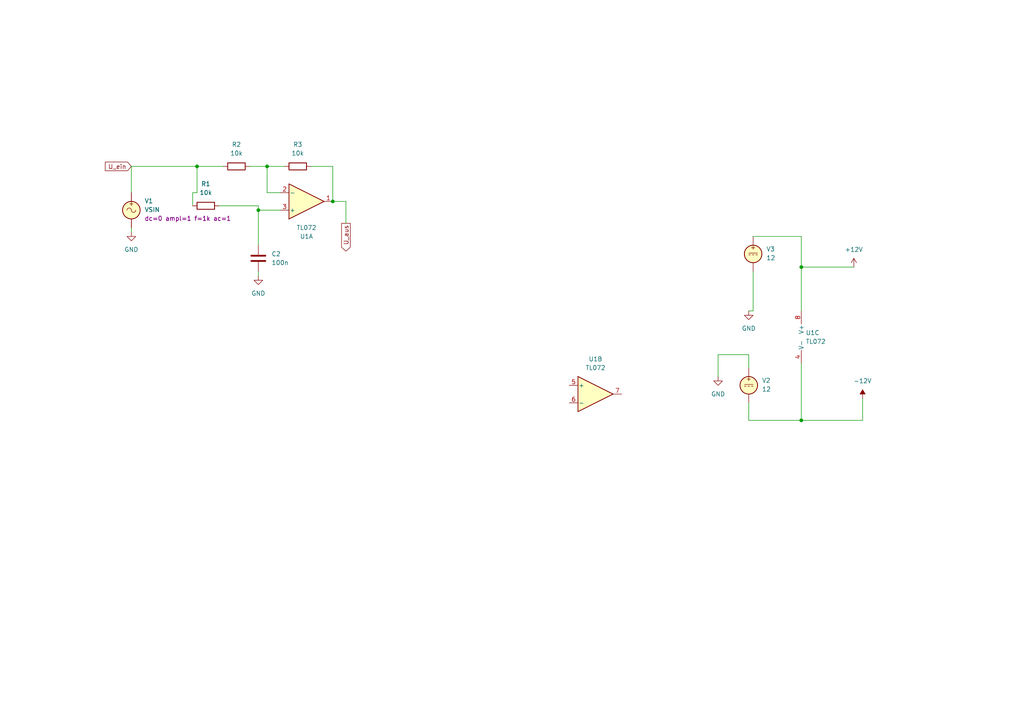
<source format=kicad_sch>
(kicad_sch (version 20230121) (generator eeschema)

  (uuid 5c2c33d8-c381-48e4-bc49-45b9121aab66)

  (paper "A4")

  (lib_symbols
    (symbol "Amplifier_Operational:TL072" (pin_names (offset 0.127)) (in_bom yes) (on_board yes)
      (property "Reference" "U" (at 0 5.08 0)
        (effects (font (size 1.27 1.27)) (justify left))
      )
      (property "Value" "TL072" (at 0 -5.08 0)
        (effects (font (size 1.27 1.27)) (justify left))
      )
      (property "Footprint" "" (at 0 0 0)
        (effects (font (size 1.27 1.27)) hide)
      )
      (property "Datasheet" "http://www.ti.com/lit/ds/symlink/tl071.pdf" (at 0 0 0)
        (effects (font (size 1.27 1.27)) hide)
      )
      (property "ki_locked" "" (at 0 0 0)
        (effects (font (size 1.27 1.27)))
      )
      (property "ki_keywords" "dual opamp" (at 0 0 0)
        (effects (font (size 1.27 1.27)) hide)
      )
      (property "ki_description" "Dual Low-Noise JFET-Input Operational Amplifiers, DIP-8/SOIC-8" (at 0 0 0)
        (effects (font (size 1.27 1.27)) hide)
      )
      (property "ki_fp_filters" "SOIC*3.9x4.9mm*P1.27mm* DIP*W7.62mm* TO*99* OnSemi*Micro8* TSSOP*3x3mm*P0.65mm* TSSOP*4.4x3mm*P0.65mm* MSOP*3x3mm*P0.65mm* SSOP*3.9x4.9mm*P0.635mm* LFCSP*2x2mm*P0.5mm* *SIP* SOIC*5.3x6.2mm*P1.27mm*" (at 0 0 0)
        (effects (font (size 1.27 1.27)) hide)
      )
      (symbol "TL072_1_1"
        (polyline
          (pts
            (xy -5.08 5.08)
            (xy 5.08 0)
            (xy -5.08 -5.08)
            (xy -5.08 5.08)
          )
          (stroke (width 0.254) (type default))
          (fill (type background))
        )
        (pin output line (at 7.62 0 180) (length 2.54)
          (name "~" (effects (font (size 1.27 1.27))))
          (number "1" (effects (font (size 1.27 1.27))))
        )
        (pin input line (at -7.62 -2.54 0) (length 2.54)
          (name "-" (effects (font (size 1.27 1.27))))
          (number "2" (effects (font (size 1.27 1.27))))
        )
        (pin input line (at -7.62 2.54 0) (length 2.54)
          (name "+" (effects (font (size 1.27 1.27))))
          (number "3" (effects (font (size 1.27 1.27))))
        )
      )
      (symbol "TL072_2_1"
        (polyline
          (pts
            (xy -5.08 5.08)
            (xy 5.08 0)
            (xy -5.08 -5.08)
            (xy -5.08 5.08)
          )
          (stroke (width 0.254) (type default))
          (fill (type background))
        )
        (pin input line (at -7.62 2.54 0) (length 2.54)
          (name "+" (effects (font (size 1.27 1.27))))
          (number "5" (effects (font (size 1.27 1.27))))
        )
        (pin input line (at -7.62 -2.54 0) (length 2.54)
          (name "-" (effects (font (size 1.27 1.27))))
          (number "6" (effects (font (size 1.27 1.27))))
        )
        (pin output line (at 7.62 0 180) (length 2.54)
          (name "~" (effects (font (size 1.27 1.27))))
          (number "7" (effects (font (size 1.27 1.27))))
        )
      )
      (symbol "TL072_3_1"
        (pin power_in line (at -2.54 -7.62 90) (length 3.81)
          (name "V-" (effects (font (size 1.27 1.27))))
          (number "4" (effects (font (size 1.27 1.27))))
        )
        (pin power_in line (at -2.54 7.62 270) (length 3.81)
          (name "V+" (effects (font (size 1.27 1.27))))
          (number "8" (effects (font (size 1.27 1.27))))
        )
      )
    )
    (symbol "Device:C" (pin_numbers hide) (pin_names (offset 0.254)) (in_bom yes) (on_board yes)
      (property "Reference" "C" (at 0.635 2.54 0)
        (effects (font (size 1.27 1.27)) (justify left))
      )
      (property "Value" "C" (at 0.635 -2.54 0)
        (effects (font (size 1.27 1.27)) (justify left))
      )
      (property "Footprint" "" (at 0.9652 -3.81 0)
        (effects (font (size 1.27 1.27)) hide)
      )
      (property "Datasheet" "~" (at 0 0 0)
        (effects (font (size 1.27 1.27)) hide)
      )
      (property "ki_keywords" "cap capacitor" (at 0 0 0)
        (effects (font (size 1.27 1.27)) hide)
      )
      (property "ki_description" "Unpolarized capacitor" (at 0 0 0)
        (effects (font (size 1.27 1.27)) hide)
      )
      (property "ki_fp_filters" "C_*" (at 0 0 0)
        (effects (font (size 1.27 1.27)) hide)
      )
      (symbol "C_0_1"
        (polyline
          (pts
            (xy -2.032 -0.762)
            (xy 2.032 -0.762)
          )
          (stroke (width 0.508) (type default))
          (fill (type none))
        )
        (polyline
          (pts
            (xy -2.032 0.762)
            (xy 2.032 0.762)
          )
          (stroke (width 0.508) (type default))
          (fill (type none))
        )
      )
      (symbol "C_1_1"
        (pin passive line (at 0 3.81 270) (length 2.794)
          (name "~" (effects (font (size 1.27 1.27))))
          (number "1" (effects (font (size 1.27 1.27))))
        )
        (pin passive line (at 0 -3.81 90) (length 2.794)
          (name "~" (effects (font (size 1.27 1.27))))
          (number "2" (effects (font (size 1.27 1.27))))
        )
      )
    )
    (symbol "Device:R" (pin_numbers hide) (pin_names (offset 0)) (in_bom yes) (on_board yes)
      (property "Reference" "R" (at 2.032 0 90)
        (effects (font (size 1.27 1.27)))
      )
      (property "Value" "R" (at 0 0 90)
        (effects (font (size 1.27 1.27)))
      )
      (property "Footprint" "" (at -1.778 0 90)
        (effects (font (size 1.27 1.27)) hide)
      )
      (property "Datasheet" "~" (at 0 0 0)
        (effects (font (size 1.27 1.27)) hide)
      )
      (property "ki_keywords" "R res resistor" (at 0 0 0)
        (effects (font (size 1.27 1.27)) hide)
      )
      (property "ki_description" "Resistor" (at 0 0 0)
        (effects (font (size 1.27 1.27)) hide)
      )
      (property "ki_fp_filters" "R_*" (at 0 0 0)
        (effects (font (size 1.27 1.27)) hide)
      )
      (symbol "R_0_1"
        (rectangle (start -1.016 -2.54) (end 1.016 2.54)
          (stroke (width 0.254) (type default))
          (fill (type none))
        )
      )
      (symbol "R_1_1"
        (pin passive line (at 0 3.81 270) (length 1.27)
          (name "~" (effects (font (size 1.27 1.27))))
          (number "1" (effects (font (size 1.27 1.27))))
        )
        (pin passive line (at 0 -3.81 90) (length 1.27)
          (name "~" (effects (font (size 1.27 1.27))))
          (number "2" (effects (font (size 1.27 1.27))))
        )
      )
    )
    (symbol "Simulation_SPICE:VDC" (pin_numbers hide) (pin_names (offset 0.0254)) (in_bom yes) (on_board yes)
      (property "Reference" "V" (at 2.54 2.54 0)
        (effects (font (size 1.27 1.27)) (justify left))
      )
      (property "Value" "1" (at 2.54 0 0)
        (effects (font (size 1.27 1.27)) (justify left))
      )
      (property "Footprint" "" (at 0 0 0)
        (effects (font (size 1.27 1.27)) hide)
      )
      (property "Datasheet" "~" (at 0 0 0)
        (effects (font (size 1.27 1.27)) hide)
      )
      (property "Sim.Pins" "1=+ 2=-" (at 0 0 0)
        (effects (font (size 1.27 1.27)) hide)
      )
      (property "Sim.Type" "DC" (at 0 0 0)
        (effects (font (size 1.27 1.27)) hide)
      )
      (property "Sim.Device" "V" (at 0 0 0)
        (effects (font (size 1.27 1.27)) (justify left) hide)
      )
      (property "ki_keywords" "simulation" (at 0 0 0)
        (effects (font (size 1.27 1.27)) hide)
      )
      (property "ki_description" "Voltage source, DC" (at 0 0 0)
        (effects (font (size 1.27 1.27)) hide)
      )
      (symbol "VDC_0_0"
        (polyline
          (pts
            (xy -1.27 0.254)
            (xy 1.27 0.254)
          )
          (stroke (width 0) (type default))
          (fill (type none))
        )
        (polyline
          (pts
            (xy -0.762 -0.254)
            (xy -1.27 -0.254)
          )
          (stroke (width 0) (type default))
          (fill (type none))
        )
        (polyline
          (pts
            (xy 0.254 -0.254)
            (xy -0.254 -0.254)
          )
          (stroke (width 0) (type default))
          (fill (type none))
        )
        (polyline
          (pts
            (xy 1.27 -0.254)
            (xy 0.762 -0.254)
          )
          (stroke (width 0) (type default))
          (fill (type none))
        )
        (text "+" (at 0 1.905 0)
          (effects (font (size 1.27 1.27)))
        )
      )
      (symbol "VDC_0_1"
        (circle (center 0 0) (radius 2.54)
          (stroke (width 0.254) (type default))
          (fill (type background))
        )
      )
      (symbol "VDC_1_1"
        (pin passive line (at 0 5.08 270) (length 2.54)
          (name "~" (effects (font (size 1.27 1.27))))
          (number "1" (effects (font (size 1.27 1.27))))
        )
        (pin passive line (at 0 -5.08 90) (length 2.54)
          (name "~" (effects (font (size 1.27 1.27))))
          (number "2" (effects (font (size 1.27 1.27))))
        )
      )
    )
    (symbol "Simulation_SPICE:VSIN" (pin_numbers hide) (pin_names (offset 0.0254)) (in_bom yes) (on_board yes)
      (property "Reference" "V" (at 2.54 2.54 0)
        (effects (font (size 1.27 1.27)) (justify left))
      )
      (property "Value" "VSIN" (at 2.54 0 0)
        (effects (font (size 1.27 1.27)) (justify left))
      )
      (property "Footprint" "" (at 0 0 0)
        (effects (font (size 1.27 1.27)) hide)
      )
      (property "Datasheet" "~" (at 0 0 0)
        (effects (font (size 1.27 1.27)) hide)
      )
      (property "Sim.Pins" "1=+ 2=-" (at 0 0 0)
        (effects (font (size 1.27 1.27)) hide)
      )
      (property "Sim.Params" "dc=0 ampl=1 f=1k ac=1" (at 2.54 -2.54 0)
        (effects (font (size 1.27 1.27)) (justify left))
      )
      (property "Sim.Type" "SIN" (at 0 0 0)
        (effects (font (size 1.27 1.27)) hide)
      )
      (property "Sim.Device" "V" (at 0 0 0)
        (effects (font (size 1.27 1.27)) (justify left) hide)
      )
      (property "ki_keywords" "simulation ac vac" (at 0 0 0)
        (effects (font (size 1.27 1.27)) hide)
      )
      (property "ki_description" "Voltage source, sinusoidal" (at 0 0 0)
        (effects (font (size 1.27 1.27)) hide)
      )
      (symbol "VSIN_0_0"
        (arc (start 0 0) (mid -0.635 0.6323) (end -1.27 0)
          (stroke (width 0) (type default))
          (fill (type none))
        )
        (arc (start 0 0) (mid 0.635 -0.6323) (end 1.27 0)
          (stroke (width 0) (type default))
          (fill (type none))
        )
        (text "+" (at 0 1.905 0)
          (effects (font (size 1.27 1.27)))
        )
      )
      (symbol "VSIN_0_1"
        (circle (center 0 0) (radius 2.54)
          (stroke (width 0.254) (type default))
          (fill (type background))
        )
      )
      (symbol "VSIN_1_1"
        (pin passive line (at 0 5.08 270) (length 2.54)
          (name "~" (effects (font (size 1.27 1.27))))
          (number "1" (effects (font (size 1.27 1.27))))
        )
        (pin passive line (at 0 -5.08 90) (length 2.54)
          (name "~" (effects (font (size 1.27 1.27))))
          (number "2" (effects (font (size 1.27 1.27))))
        )
      )
    )
    (symbol "power:+12V" (power) (pin_names (offset 0)) (in_bom yes) (on_board yes)
      (property "Reference" "#PWR" (at 0 -3.81 0)
        (effects (font (size 1.27 1.27)) hide)
      )
      (property "Value" "+12V" (at 0 3.556 0)
        (effects (font (size 1.27 1.27)))
      )
      (property "Footprint" "" (at 0 0 0)
        (effects (font (size 1.27 1.27)) hide)
      )
      (property "Datasheet" "" (at 0 0 0)
        (effects (font (size 1.27 1.27)) hide)
      )
      (property "ki_keywords" "global power" (at 0 0 0)
        (effects (font (size 1.27 1.27)) hide)
      )
      (property "ki_description" "Power symbol creates a global label with name \"+12V\"" (at 0 0 0)
        (effects (font (size 1.27 1.27)) hide)
      )
      (symbol "+12V_0_1"
        (polyline
          (pts
            (xy -0.762 1.27)
            (xy 0 2.54)
          )
          (stroke (width 0) (type default))
          (fill (type none))
        )
        (polyline
          (pts
            (xy 0 0)
            (xy 0 2.54)
          )
          (stroke (width 0) (type default))
          (fill (type none))
        )
        (polyline
          (pts
            (xy 0 2.54)
            (xy 0.762 1.27)
          )
          (stroke (width 0) (type default))
          (fill (type none))
        )
      )
      (symbol "+12V_1_1"
        (pin power_in line (at 0 0 90) (length 0) hide
          (name "+12V" (effects (font (size 1.27 1.27))))
          (number "1" (effects (font (size 1.27 1.27))))
        )
      )
    )
    (symbol "power:-12V" (power) (pin_names (offset 0)) (in_bom yes) (on_board yes)
      (property "Reference" "#PWR" (at 0 2.54 0)
        (effects (font (size 1.27 1.27)) hide)
      )
      (property "Value" "-12V" (at 0 3.81 0)
        (effects (font (size 1.27 1.27)))
      )
      (property "Footprint" "" (at 0 0 0)
        (effects (font (size 1.27 1.27)) hide)
      )
      (property "Datasheet" "" (at 0 0 0)
        (effects (font (size 1.27 1.27)) hide)
      )
      (property "ki_keywords" "global power" (at 0 0 0)
        (effects (font (size 1.27 1.27)) hide)
      )
      (property "ki_description" "Power symbol creates a global label with name \"-12V\"" (at 0 0 0)
        (effects (font (size 1.27 1.27)) hide)
      )
      (symbol "-12V_0_0"
        (pin power_in line (at 0 0 90) (length 0) hide
          (name "-12V" (effects (font (size 1.27 1.27))))
          (number "1" (effects (font (size 1.27 1.27))))
        )
      )
      (symbol "-12V_0_1"
        (polyline
          (pts
            (xy 0 0)
            (xy 0 1.27)
            (xy 0.762 1.27)
            (xy 0 2.54)
            (xy -0.762 1.27)
            (xy 0 1.27)
          )
          (stroke (width 0) (type default))
          (fill (type outline))
        )
      )
    )
    (symbol "power:GND" (power) (pin_names (offset 0)) (in_bom yes) (on_board yes)
      (property "Reference" "#PWR" (at 0 -6.35 0)
        (effects (font (size 1.27 1.27)) hide)
      )
      (property "Value" "GND" (at 0 -3.81 0)
        (effects (font (size 1.27 1.27)))
      )
      (property "Footprint" "" (at 0 0 0)
        (effects (font (size 1.27 1.27)) hide)
      )
      (property "Datasheet" "" (at 0 0 0)
        (effects (font (size 1.27 1.27)) hide)
      )
      (property "ki_keywords" "global power" (at 0 0 0)
        (effects (font (size 1.27 1.27)) hide)
      )
      (property "ki_description" "Power symbol creates a global label with name \"GND\" , ground" (at 0 0 0)
        (effects (font (size 1.27 1.27)) hide)
      )
      (symbol "GND_0_1"
        (polyline
          (pts
            (xy 0 0)
            (xy 0 -1.27)
            (xy 1.27 -1.27)
            (xy 0 -2.54)
            (xy -1.27 -1.27)
            (xy 0 -1.27)
          )
          (stroke (width 0) (type default))
          (fill (type none))
        )
      )
      (symbol "GND_1_1"
        (pin power_in line (at 0 0 270) (length 0) hide
          (name "GND" (effects (font (size 1.27 1.27))))
          (number "1" (effects (font (size 1.27 1.27))))
        )
      )
    )
  )

  (junction (at 57.15 48.26) (diameter 0) (color 0 0 0 0)
    (uuid 071462b1-18e2-41ed-8b81-99c23deec297)
  )
  (junction (at 96.52 58.42) (diameter 0) (color 0 0 0 0)
    (uuid 4149d809-6bb4-4687-be76-bfd48302555a)
  )
  (junction (at 232.41 121.92) (diameter 0) (color 0 0 0 0)
    (uuid 4a60f66d-e203-493c-81d7-74e508375448)
  )
  (junction (at 74.93 60.96) (diameter 0) (color 0 0 0 0)
    (uuid 59587142-2eca-407c-b673-bafb0f21a1e0)
  )
  (junction (at 232.41 77.47) (diameter 0) (color 0 0 0 0)
    (uuid 913bffb3-a7c5-4ba9-9636-bebbe75299be)
  )
  (junction (at 77.47 48.26) (diameter 0) (color 0 0 0 0)
    (uuid bf0c3c91-12b5-487a-99d8-50ad8b277ff3)
  )

  (wire (pts (xy 74.93 60.96) (xy 74.93 71.12))
    (stroke (width 0) (type default))
    (uuid 0d6bffb3-d7ae-4bc6-9bd0-e7065ba14fa2)
  )
  (wire (pts (xy 74.93 78.74) (xy 74.93 80.01))
    (stroke (width 0) (type default))
    (uuid 0f01bbcc-1506-4de0-ad5f-bd8f72d3b632)
  )
  (wire (pts (xy 96.52 58.42) (xy 96.52 48.26))
    (stroke (width 0) (type default))
    (uuid 173bca96-4f92-49a4-9662-7e7ab8ca7dd3)
  )
  (wire (pts (xy 38.1 48.26) (xy 57.15 48.26))
    (stroke (width 0) (type default))
    (uuid 17a51a24-efbb-4cf0-b5a2-cc700d3fa0d1)
  )
  (wire (pts (xy 218.44 90.17) (xy 217.17 90.17))
    (stroke (width 0) (type default))
    (uuid 1df59775-9e34-45f6-928f-1cf8fc2f1089)
  )
  (wire (pts (xy 77.47 48.26) (xy 77.47 55.88))
    (stroke (width 0) (type default))
    (uuid 22acb761-88a9-4280-86e1-fd3432bf9a0b)
  )
  (wire (pts (xy 74.93 59.69) (xy 74.93 60.96))
    (stroke (width 0) (type default))
    (uuid 2852ae19-256e-40be-8c4e-92fa0ee48dc4)
  )
  (wire (pts (xy 100.33 64.77) (xy 100.33 58.42))
    (stroke (width 0) (type default))
    (uuid 2c1e5ca1-2ab3-41e0-9c41-a97d454c8eff)
  )
  (wire (pts (xy 57.15 48.26) (xy 64.77 48.26))
    (stroke (width 0) (type default))
    (uuid 348be65a-2c45-40d6-984a-19531a09e646)
  )
  (wire (pts (xy 57.15 48.26) (xy 57.15 55.88))
    (stroke (width 0) (type default))
    (uuid 3f1a75d0-4845-484f-9fa9-2181d2b795b5)
  )
  (wire (pts (xy 232.41 68.58) (xy 232.41 77.47))
    (stroke (width 0) (type default))
    (uuid 3fce6f10-7462-45ef-a8ed-e943b07a7ecc)
  )
  (wire (pts (xy 218.44 78.74) (xy 218.44 90.17))
    (stroke (width 0) (type default))
    (uuid 4097f1f6-c559-406a-b663-15694120bd8f)
  )
  (wire (pts (xy 218.44 68.58) (xy 232.41 68.58))
    (stroke (width 0) (type default))
    (uuid 421e5209-246b-46ed-aae3-2755d04517aa)
  )
  (wire (pts (xy 250.19 115.57) (xy 250.19 121.92))
    (stroke (width 0) (type default))
    (uuid 64b56320-1253-4f94-9640-54d3c7519a08)
  )
  (wire (pts (xy 81.28 60.96) (xy 74.93 60.96))
    (stroke (width 0) (type default))
    (uuid 65ace81f-5f5a-44ac-9304-729db55dad08)
  )
  (wire (pts (xy 217.17 121.92) (xy 232.41 121.92))
    (stroke (width 0) (type default))
    (uuid 73a82dac-c6a2-4289-8d52-51cf9dc39d83)
  )
  (wire (pts (xy 232.41 121.92) (xy 250.19 121.92))
    (stroke (width 0) (type default))
    (uuid 75b935b0-aae8-4df3-99f5-5e1f840dc492)
  )
  (wire (pts (xy 217.17 102.87) (xy 217.17 106.68))
    (stroke (width 0) (type default))
    (uuid 7b7910d5-fbf5-4180-977a-1b26e727965a)
  )
  (wire (pts (xy 55.88 55.88) (xy 57.15 55.88))
    (stroke (width 0) (type default))
    (uuid 821d5ed2-be4c-40dc-9fd5-f1880feb1965)
  )
  (wire (pts (xy 72.39 48.26) (xy 77.47 48.26))
    (stroke (width 0) (type default))
    (uuid 8865bba3-451a-4154-810a-1810b54d0184)
  )
  (wire (pts (xy 38.1 48.26) (xy 38.1 55.88))
    (stroke (width 0) (type default))
    (uuid 9a9d9971-7a99-48bc-9fe1-6da38f849684)
  )
  (wire (pts (xy 247.65 77.47) (xy 232.41 77.47))
    (stroke (width 0) (type default))
    (uuid 9e573887-015c-40a1-812a-c09ba7968025)
  )
  (wire (pts (xy 232.41 105.41) (xy 232.41 121.92))
    (stroke (width 0) (type default))
    (uuid a56f2385-854d-4e1e-b117-21173f7b0bb5)
  )
  (wire (pts (xy 63.5 59.69) (xy 74.93 59.69))
    (stroke (width 0) (type default))
    (uuid b22e5262-cf37-473b-b9bf-9448d9b9f5bc)
  )
  (wire (pts (xy 100.33 58.42) (xy 96.52 58.42))
    (stroke (width 0) (type default))
    (uuid b3ca57ea-9ffb-43ae-a8cb-2ede8a3a5d03)
  )
  (wire (pts (xy 90.17 48.26) (xy 96.52 48.26))
    (stroke (width 0) (type default))
    (uuid b66de423-94ef-44ca-832f-3207dbead55d)
  )
  (wire (pts (xy 55.88 59.69) (xy 55.88 55.88))
    (stroke (width 0) (type default))
    (uuid ba0e29d8-7ac6-47dd-997c-65847ce46db2)
  )
  (wire (pts (xy 232.41 77.47) (xy 232.41 90.17))
    (stroke (width 0) (type default))
    (uuid cb9ee602-915c-406b-add3-641baa089b17)
  )
  (wire (pts (xy 77.47 48.26) (xy 82.55 48.26))
    (stroke (width 0) (type default))
    (uuid ced8e6db-9438-453f-b5bd-51b5447764d1)
  )
  (wire (pts (xy 208.28 109.22) (xy 208.28 102.87))
    (stroke (width 0) (type default))
    (uuid d35a01a3-2ad6-4928-a7a9-fa189dbc7704)
  )
  (wire (pts (xy 208.28 102.87) (xy 217.17 102.87))
    (stroke (width 0) (type default))
    (uuid dd15b1d5-a5ef-48ec-abf2-b2bea5bf7217)
  )
  (wire (pts (xy 81.28 55.88) (xy 77.47 55.88))
    (stroke (width 0) (type default))
    (uuid df042dfb-daeb-4c01-8ee4-7f54881cb709)
  )
  (wire (pts (xy 217.17 116.84) (xy 217.17 121.92))
    (stroke (width 0) (type default))
    (uuid ed6098d6-afca-4cb8-a972-223ddf422393)
  )
  (wire (pts (xy 38.1 66.04) (xy 38.1 67.31))
    (stroke (width 0) (type default))
    (uuid ffe9653f-8872-496c-bcfe-dfe5985f1288)
  )

  (global_label "U_ein" (shape input) (at 38.1 48.26 180) (fields_autoplaced)
    (effects (font (size 1.27 1.27)) (justify right))
    (uuid 28e81cc5-8b4f-4ac9-8cdb-0c75174f86f6)
    (property "Intersheetrefs" "${INTERSHEET_REFS}" (at 29.9743 48.26 0)
      (effects (font (size 1.27 1.27)) (justify right) hide)
    )
  )
  (global_label "U_aus" (shape output) (at 100.33 64.77 270) (fields_autoplaced)
    (effects (font (size 1.27 1.27)) (justify right))
    (uuid 37d6c06c-8ec1-4613-8246-43d32f9459dc)
    (property "Intersheetrefs" "${INTERSHEET_REFS}" (at 100.33 73.3794 90)
      (effects (font (size 1.27 1.27)) (justify right) hide)
    )
  )

  (symbol (lib_id "Amplifier_Operational:TL072") (at 88.9 58.42 0) (mirror x) (unit 1)
    (in_bom yes) (on_board yes) (dnp no)
    (uuid 0d2c4eed-cac8-4349-8a1f-d3ec5efdd544)
    (property "Reference" "U1" (at 88.9 68.58 0)
      (effects (font (size 1.27 1.27)))
    )
    (property "Value" "TL072" (at 88.9 66.04 0)
      (effects (font (size 1.27 1.27)))
    )
    (property "Footprint" "" (at 88.9 58.42 0)
      (effects (font (size 1.27 1.27)) hide)
    )
    (property "Datasheet" "http://www.ti.com/lit/ds/symlink/tl071.pdf" (at 88.9 58.42 0)
      (effects (font (size 1.27 1.27)) hide)
    )
    (property "Sim.Library" "TL072-dual.lib" (at 88.9 58.42 0)
      (effects (font (size 1.27 1.27)) hide)
    )
    (property "Sim.Name" "TL072c" (at 88.9 58.42 0)
      (effects (font (size 1.27 1.27)) hide)
    )
    (property "Sim.Device" "SUBCKT" (at 88.9 58.42 0)
      (effects (font (size 1.27 1.27)) hide)
    )
    (property "Sim.Pins" "1=1out 2=1in- 3=1in+ 4=vcc- 5=2in+ 6=2in- 7=2out 8=vcc+" (at 88.9 58.42 0)
      (effects (font (size 1.27 1.27)) hide)
    )
    (pin "1" (uuid be9a5ac9-b999-4165-8f7f-69b2cad3e154))
    (pin "6" (uuid 66a902a4-9b01-46de-9f50-c96184fd7915))
    (pin "4" (uuid edecfdde-6efa-4657-8c48-24a746d61dff))
    (pin "3" (uuid ae72b60c-7dc4-4fdf-bd2f-dcac915cf184))
    (pin "2" (uuid 25219d9d-a550-4912-bdbc-24dc38db226f))
    (pin "5" (uuid 01d2a251-e2ca-4137-97ff-c60209863519))
    (pin "8" (uuid 4af78e3b-c301-4034-bb4a-f9e4278a45a7))
    (pin "7" (uuid 86a2f517-de06-400b-9888-a463ad573734))
    (instances
      (project "allpas"
        (path "/5c2c33d8-c381-48e4-bc49-45b9121aab66"
          (reference "U1") (unit 1)
        )
      )
    )
  )

  (symbol (lib_id "power:GND") (at 208.28 109.22 0) (unit 1)
    (in_bom yes) (on_board yes) (dnp no) (fields_autoplaced)
    (uuid 139603d5-f548-4378-a940-86645571e3f8)
    (property "Reference" "#PWR03" (at 208.28 115.57 0)
      (effects (font (size 1.27 1.27)) hide)
    )
    (property "Value" "GND" (at 208.28 114.3 0)
      (effects (font (size 1.27 1.27)))
    )
    (property "Footprint" "" (at 208.28 109.22 0)
      (effects (font (size 1.27 1.27)) hide)
    )
    (property "Datasheet" "" (at 208.28 109.22 0)
      (effects (font (size 1.27 1.27)) hide)
    )
    (pin "1" (uuid 1274550b-0dcf-48a7-a215-6f03e14fcfc8))
    (instances
      (project "allpas"
        (path "/5c2c33d8-c381-48e4-bc49-45b9121aab66"
          (reference "#PWR03") (unit 1)
        )
      )
    )
  )

  (symbol (lib_id "Simulation_SPICE:VDC") (at 218.44 73.66 0) (unit 1)
    (in_bom yes) (on_board yes) (dnp no) (fields_autoplaced)
    (uuid 36f8af73-7af3-40e9-92d3-fc38aebbc20e)
    (property "Reference" "V3" (at 222.25 72.2602 0)
      (effects (font (size 1.27 1.27)) (justify left))
    )
    (property "Value" "12" (at 222.25 74.8002 0)
      (effects (font (size 1.27 1.27)) (justify left))
    )
    (property "Footprint" "" (at 218.44 73.66 0)
      (effects (font (size 1.27 1.27)) hide)
    )
    (property "Datasheet" "~" (at 218.44 73.66 0)
      (effects (font (size 1.27 1.27)) hide)
    )
    (property "Sim.Pins" "1=+ 2=-" (at 218.44 73.66 0)
      (effects (font (size 1.27 1.27)) hide)
    )
    (property "Sim.Type" "DC" (at 218.44 73.66 0)
      (effects (font (size 1.27 1.27)) hide)
    )
    (property "Sim.Device" "V" (at 218.44 73.66 0)
      (effects (font (size 1.27 1.27)) (justify left) hide)
    )
    (pin "2" (uuid c6fac97b-038a-4c9a-bd9f-e7f8ee5a5f88))
    (pin "1" (uuid 843f6e27-2d6d-4993-9a8a-62597c6f9128))
    (instances
      (project "allpas"
        (path "/5c2c33d8-c381-48e4-bc49-45b9121aab66"
          (reference "V3") (unit 1)
        )
      )
    )
  )

  (symbol (lib_id "Amplifier_Operational:TL072") (at 172.72 114.3 0) (unit 2)
    (in_bom yes) (on_board yes) (dnp no) (fields_autoplaced)
    (uuid 50ce69ba-4f6c-4b4e-98ef-55cce4520b47)
    (property "Reference" "U1" (at 172.72 104.14 0)
      (effects (font (size 1.27 1.27)))
    )
    (property "Value" "TL072" (at 172.72 106.68 0)
      (effects (font (size 1.27 1.27)))
    )
    (property "Footprint" "" (at 172.72 114.3 0)
      (effects (font (size 1.27 1.27)) hide)
    )
    (property "Datasheet" "http://www.ti.com/lit/ds/symlink/tl071.pdf" (at 172.72 114.3 0)
      (effects (font (size 1.27 1.27)) hide)
    )
    (property "Sim.Library" "TL072-dual.lib" (at 172.72 114.3 0)
      (effects (font (size 1.27 1.27)) hide)
    )
    (property "Sim.Name" "TL072c" (at 172.72 114.3 0)
      (effects (font (size 1.27 1.27)) hide)
    )
    (property "Sim.Device" "SUBCKT" (at 172.72 114.3 0)
      (effects (font (size 1.27 1.27)) hide)
    )
    (property "Sim.Pins" "1=1out 2=1in- 3=1in+ 4=vcc- 5=2in+ 6=2in- 7=2out 8=vcc+" (at 172.72 114.3 0)
      (effects (font (size 1.27 1.27)) hide)
    )
    (pin "1" (uuid 4656fd70-2ca1-49ec-9f89-156c6fbe8877))
    (pin "6" (uuid 5425c9bb-ec88-49f9-bbf9-5c78585ad752))
    (pin "4" (uuid edecfdde-6efa-4657-8c48-24a746d61e00))
    (pin "3" (uuid b467f47e-a94f-48f3-bfa9-10981c35931d))
    (pin "2" (uuid 4c86c15a-29ab-427c-9fdf-c10e912adc14))
    (pin "5" (uuid 223231fa-afee-495a-9861-b934b8f9a172))
    (pin "8" (uuid 4af78e3b-c301-4034-bb4a-f9e4278a45a8))
    (pin "7" (uuid c7199ff8-b6e6-4a94-bfb4-96c1f0c76d3c))
    (instances
      (project "allpas"
        (path "/5c2c33d8-c381-48e4-bc49-45b9121aab66"
          (reference "U1") (unit 2)
        )
      )
    )
  )

  (symbol (lib_id "power:-12V") (at 250.19 115.57 0) (unit 1)
    (in_bom yes) (on_board yes) (dnp no) (fields_autoplaced)
    (uuid 6c071bdb-b883-44b9-a136-b585c80ca08f)
    (property "Reference" "#PWR06" (at 250.19 113.03 0)
      (effects (font (size 1.27 1.27)) hide)
    )
    (property "Value" "-12V" (at 250.19 110.49 0)
      (effects (font (size 1.27 1.27)))
    )
    (property "Footprint" "" (at 250.19 115.57 0)
      (effects (font (size 1.27 1.27)) hide)
    )
    (property "Datasheet" "" (at 250.19 115.57 0)
      (effects (font (size 1.27 1.27)) hide)
    )
    (pin "1" (uuid f8834fb5-4dbc-4d8c-aab3-551070a94b21))
    (instances
      (project "allpas"
        (path "/5c2c33d8-c381-48e4-bc49-45b9121aab66"
          (reference "#PWR06") (unit 1)
        )
      )
    )
  )

  (symbol (lib_id "power:GND") (at 38.1 67.31 0) (unit 1)
    (in_bom yes) (on_board yes) (dnp no) (fields_autoplaced)
    (uuid 7039c017-9280-4df5-80ef-e1f2c3863035)
    (property "Reference" "#PWR01" (at 38.1 73.66 0)
      (effects (font (size 1.27 1.27)) hide)
    )
    (property "Value" "GND" (at 38.1 72.39 0)
      (effects (font (size 1.27 1.27)))
    )
    (property "Footprint" "" (at 38.1 67.31 0)
      (effects (font (size 1.27 1.27)) hide)
    )
    (property "Datasheet" "" (at 38.1 67.31 0)
      (effects (font (size 1.27 1.27)) hide)
    )
    (pin "1" (uuid 3e01e9d0-48df-4abc-bf8c-a93d09c9f730))
    (instances
      (project "allpas"
        (path "/5c2c33d8-c381-48e4-bc49-45b9121aab66"
          (reference "#PWR01") (unit 1)
        )
      )
    )
  )

  (symbol (lib_id "power:+12V") (at 247.65 77.47 0) (unit 1)
    (in_bom yes) (on_board yes) (dnp no) (fields_autoplaced)
    (uuid 79135222-3fe8-433f-b857-2a135b34f1c8)
    (property "Reference" "#PWR05" (at 247.65 81.28 0)
      (effects (font (size 1.27 1.27)) hide)
    )
    (property "Value" "+12V" (at 247.65 72.39 0)
      (effects (font (size 1.27 1.27)))
    )
    (property "Footprint" "" (at 247.65 77.47 0)
      (effects (font (size 1.27 1.27)) hide)
    )
    (property "Datasheet" "" (at 247.65 77.47 0)
      (effects (font (size 1.27 1.27)) hide)
    )
    (pin "1" (uuid 9f4dabf0-29a9-4e3a-9d7c-2a6ed3339064))
    (instances
      (project "allpas"
        (path "/5c2c33d8-c381-48e4-bc49-45b9121aab66"
          (reference "#PWR05") (unit 1)
        )
      )
    )
  )

  (symbol (lib_id "Device:R") (at 59.69 59.69 90) (unit 1)
    (in_bom yes) (on_board yes) (dnp no) (fields_autoplaced)
    (uuid 8193af69-f6eb-4fdf-b7ba-10b74341e964)
    (property "Reference" "R1" (at 59.69 53.34 90)
      (effects (font (size 1.27 1.27)))
    )
    (property "Value" "10k" (at 59.69 55.88 90)
      (effects (font (size 1.27 1.27)))
    )
    (property "Footprint" "" (at 59.69 61.468 90)
      (effects (font (size 1.27 1.27)) hide)
    )
    (property "Datasheet" "~" (at 59.69 59.69 0)
      (effects (font (size 1.27 1.27)) hide)
    )
    (pin "2" (uuid c878ed23-31c3-4e87-8d3b-1bf4ddfc2e87))
    (pin "1" (uuid 6453f183-8d08-4255-8bae-c357056346b0))
    (instances
      (project "allpas"
        (path "/5c2c33d8-c381-48e4-bc49-45b9121aab66"
          (reference "R1") (unit 1)
        )
      )
    )
  )

  (symbol (lib_id "Amplifier_Operational:TL072") (at 234.95 97.79 0) (unit 3)
    (in_bom yes) (on_board yes) (dnp no) (fields_autoplaced)
    (uuid 837c3dc1-43c0-4a31-8ecf-177665dca504)
    (property "Reference" "U1" (at 233.68 96.52 0)
      (effects (font (size 1.27 1.27)) (justify left))
    )
    (property "Value" "TL072" (at 233.68 99.06 0)
      (effects (font (size 1.27 1.27)) (justify left))
    )
    (property "Footprint" "" (at 234.95 97.79 0)
      (effects (font (size 1.27 1.27)) hide)
    )
    (property "Datasheet" "http://www.ti.com/lit/ds/symlink/tl071.pdf" (at 234.95 97.79 0)
      (effects (font (size 1.27 1.27)) hide)
    )
    (property "Sim.Library" "TL072-dual.lib" (at 234.95 97.79 0)
      (effects (font (size 1.27 1.27)) hide)
    )
    (property "Sim.Name" "TL072c" (at 234.95 97.79 0)
      (effects (font (size 1.27 1.27)) hide)
    )
    (property "Sim.Device" "SUBCKT" (at 234.95 97.79 0)
      (effects (font (size 1.27 1.27)) hide)
    )
    (property "Sim.Pins" "1=1out 2=1in- 3=1in+ 4=vcc- 5=2in+ 6=2in- 7=2out 8=vcc+" (at 234.95 97.79 0)
      (effects (font (size 1.27 1.27)) hide)
    )
    (pin "1" (uuid 4656fd70-2ca1-49ec-9f89-156c6fbe8875))
    (pin "6" (uuid 66a902a4-9b01-46de-9f50-c96184fd7914))
    (pin "4" (uuid 29336dba-ea09-44cd-acd2-813468af5232))
    (pin "3" (uuid b467f47e-a94f-48f3-bfa9-10981c35931b))
    (pin "2" (uuid 4c86c15a-29ab-427c-9fdf-c10e912adc12))
    (pin "5" (uuid 01d2a251-e2ca-4137-97ff-c60209863518))
    (pin "8" (uuid 7c064f27-44e1-4eb8-af66-4fd2818d2411))
    (pin "7" (uuid 86a2f517-de06-400b-9888-a463ad573733))
    (instances
      (project "allpas"
        (path "/5c2c33d8-c381-48e4-bc49-45b9121aab66"
          (reference "U1") (unit 3)
        )
      )
    )
  )

  (symbol (lib_id "power:GND") (at 217.17 90.17 0) (unit 1)
    (in_bom yes) (on_board yes) (dnp no) (fields_autoplaced)
    (uuid ac986439-f71c-4348-979d-00156bb15b08)
    (property "Reference" "#PWR04" (at 217.17 96.52 0)
      (effects (font (size 1.27 1.27)) hide)
    )
    (property "Value" "GND" (at 217.17 95.25 0)
      (effects (font (size 1.27 1.27)))
    )
    (property "Footprint" "" (at 217.17 90.17 0)
      (effects (font (size 1.27 1.27)) hide)
    )
    (property "Datasheet" "" (at 217.17 90.17 0)
      (effects (font (size 1.27 1.27)) hide)
    )
    (pin "1" (uuid 50ddf0e6-4a64-4adb-b12a-91590eb4f7a0))
    (instances
      (project "allpas"
        (path "/5c2c33d8-c381-48e4-bc49-45b9121aab66"
          (reference "#PWR04") (unit 1)
        )
      )
    )
  )

  (symbol (lib_id "Device:R") (at 68.58 48.26 90) (unit 1)
    (in_bom yes) (on_board yes) (dnp no) (fields_autoplaced)
    (uuid aec707c1-9165-47be-9080-6f120eaee2d0)
    (property "Reference" "R2" (at 68.58 41.91 90)
      (effects (font (size 1.27 1.27)))
    )
    (property "Value" "10k" (at 68.58 44.45 90)
      (effects (font (size 1.27 1.27)))
    )
    (property "Footprint" "" (at 68.58 50.038 90)
      (effects (font (size 1.27 1.27)) hide)
    )
    (property "Datasheet" "~" (at 68.58 48.26 0)
      (effects (font (size 1.27 1.27)) hide)
    )
    (pin "2" (uuid 313860f6-458c-4174-9751-8994685e4ee5))
    (pin "1" (uuid 28ad901b-44f1-46cf-bf1b-4da676a69f10))
    (instances
      (project "allpas"
        (path "/5c2c33d8-c381-48e4-bc49-45b9121aab66"
          (reference "R2") (unit 1)
        )
      )
    )
  )

  (symbol (lib_id "Device:R") (at 86.36 48.26 90) (unit 1)
    (in_bom yes) (on_board yes) (dnp no) (fields_autoplaced)
    (uuid d48fe473-4111-40f9-a8b0-ee97ecbc92eb)
    (property "Reference" "R3" (at 86.36 41.91 90)
      (effects (font (size 1.27 1.27)))
    )
    (property "Value" "10k" (at 86.36 44.45 90)
      (effects (font (size 1.27 1.27)))
    )
    (property "Footprint" "" (at 86.36 50.038 90)
      (effects (font (size 1.27 1.27)) hide)
    )
    (property "Datasheet" "~" (at 86.36 48.26 0)
      (effects (font (size 1.27 1.27)) hide)
    )
    (pin "2" (uuid 6372ec34-e3bf-446b-a812-b8d8effa1da3))
    (pin "1" (uuid 08991e03-ac40-48c7-94a9-7d62d3482f2a))
    (instances
      (project "allpas"
        (path "/5c2c33d8-c381-48e4-bc49-45b9121aab66"
          (reference "R3") (unit 1)
        )
      )
    )
  )

  (symbol (lib_id "Device:C") (at 74.93 74.93 0) (unit 1)
    (in_bom yes) (on_board yes) (dnp no) (fields_autoplaced)
    (uuid dac1ec56-dab2-4b98-90e5-073ef911539d)
    (property "Reference" "C2" (at 78.74 73.66 0)
      (effects (font (size 1.27 1.27)) (justify left))
    )
    (property "Value" "100n" (at 78.74 76.2 0)
      (effects (font (size 1.27 1.27)) (justify left))
    )
    (property "Footprint" "" (at 75.8952 78.74 0)
      (effects (font (size 1.27 1.27)) hide)
    )
    (property "Datasheet" "~" (at 74.93 74.93 0)
      (effects (font (size 1.27 1.27)) hide)
    )
    (pin "2" (uuid e829aba2-b1af-44ea-a8a7-4ab5812e3db1))
    (pin "1" (uuid 85ed1c74-4cdc-4642-82d4-405481d2cebc))
    (instances
      (project "allpas"
        (path "/5c2c33d8-c381-48e4-bc49-45b9121aab66"
          (reference "C2") (unit 1)
        )
      )
    )
  )

  (symbol (lib_id "Simulation_SPICE:VSIN") (at 38.1 60.96 0) (unit 1)
    (in_bom yes) (on_board yes) (dnp no) (fields_autoplaced)
    (uuid de4b48cf-8458-494b-a1fe-185736af300b)
    (property "Reference" "V1" (at 41.91 58.2902 0)
      (effects (font (size 1.27 1.27)) (justify left))
    )
    (property "Value" "VSIN" (at 41.91 60.8302 0)
      (effects (font (size 1.27 1.27)) (justify left))
    )
    (property "Footprint" "" (at 38.1 60.96 0)
      (effects (font (size 1.27 1.27)) hide)
    )
    (property "Datasheet" "~" (at 38.1 60.96 0)
      (effects (font (size 1.27 1.27)) hide)
    )
    (property "Sim.Pins" "1=+ 2=-" (at 38.1 60.96 0)
      (effects (font (size 1.27 1.27)) hide)
    )
    (property "Sim.Params" "dc=0 ampl=1 f=1k ac=1" (at 41.91 63.3702 0)
      (effects (font (size 1.27 1.27)) (justify left))
    )
    (property "Sim.Type" "SIN" (at 38.1 60.96 0)
      (effects (font (size 1.27 1.27)) hide)
    )
    (property "Sim.Device" "V" (at 38.1 60.96 0)
      (effects (font (size 1.27 1.27)) (justify left) hide)
    )
    (pin "1" (uuid 09495e1c-7445-43cc-adc9-24a6e75068da))
    (pin "2" (uuid e54878d5-385c-481f-9dc3-193454dbf647))
    (instances
      (project "allpas"
        (path "/5c2c33d8-c381-48e4-bc49-45b9121aab66"
          (reference "V1") (unit 1)
        )
      )
    )
  )

  (symbol (lib_id "Simulation_SPICE:VDC") (at 217.17 111.76 0) (unit 1)
    (in_bom yes) (on_board yes) (dnp no) (fields_autoplaced)
    (uuid e345619e-90b7-4a2e-a24f-c5308da2f54f)
    (property "Reference" "V2" (at 220.98 110.3602 0)
      (effects (font (size 1.27 1.27)) (justify left))
    )
    (property "Value" "12" (at 220.98 112.9002 0)
      (effects (font (size 1.27 1.27)) (justify left))
    )
    (property "Footprint" "" (at 217.17 111.76 0)
      (effects (font (size 1.27 1.27)) hide)
    )
    (property "Datasheet" "~" (at 217.17 111.76 0)
      (effects (font (size 1.27 1.27)) hide)
    )
    (property "Sim.Pins" "1=+ 2=-" (at 217.17 111.76 0)
      (effects (font (size 1.27 1.27)) hide)
    )
    (property "Sim.Type" "DC" (at 217.17 111.76 0)
      (effects (font (size 1.27 1.27)) hide)
    )
    (property "Sim.Device" "V" (at 217.17 111.76 0)
      (effects (font (size 1.27 1.27)) (justify left) hide)
    )
    (pin "2" (uuid 32784b50-ddf4-467b-a6dd-4b2c82bd3c87))
    (pin "1" (uuid 3c1a323f-80c0-42d4-86d1-546671c8718c))
    (instances
      (project "allpas"
        (path "/5c2c33d8-c381-48e4-bc49-45b9121aab66"
          (reference "V2") (unit 1)
        )
      )
    )
  )

  (symbol (lib_id "power:GND") (at 74.93 80.01 0) (unit 1)
    (in_bom yes) (on_board yes) (dnp no) (fields_autoplaced)
    (uuid fac8d1a4-72f3-4902-b37f-6dbe2f732863)
    (property "Reference" "#PWR02" (at 74.93 86.36 0)
      (effects (font (size 1.27 1.27)) hide)
    )
    (property "Value" "GND" (at 74.93 85.09 0)
      (effects (font (size 1.27 1.27)))
    )
    (property "Footprint" "" (at 74.93 80.01 0)
      (effects (font (size 1.27 1.27)) hide)
    )
    (property "Datasheet" "" (at 74.93 80.01 0)
      (effects (font (size 1.27 1.27)) hide)
    )
    (pin "1" (uuid 8cdc4abb-0092-4310-9f56-2f01a402efd3))
    (instances
      (project "allpas"
        (path "/5c2c33d8-c381-48e4-bc49-45b9121aab66"
          (reference "#PWR02") (unit 1)
        )
      )
    )
  )

  (sheet_instances
    (path "/" (page "1"))
  )
)

</source>
